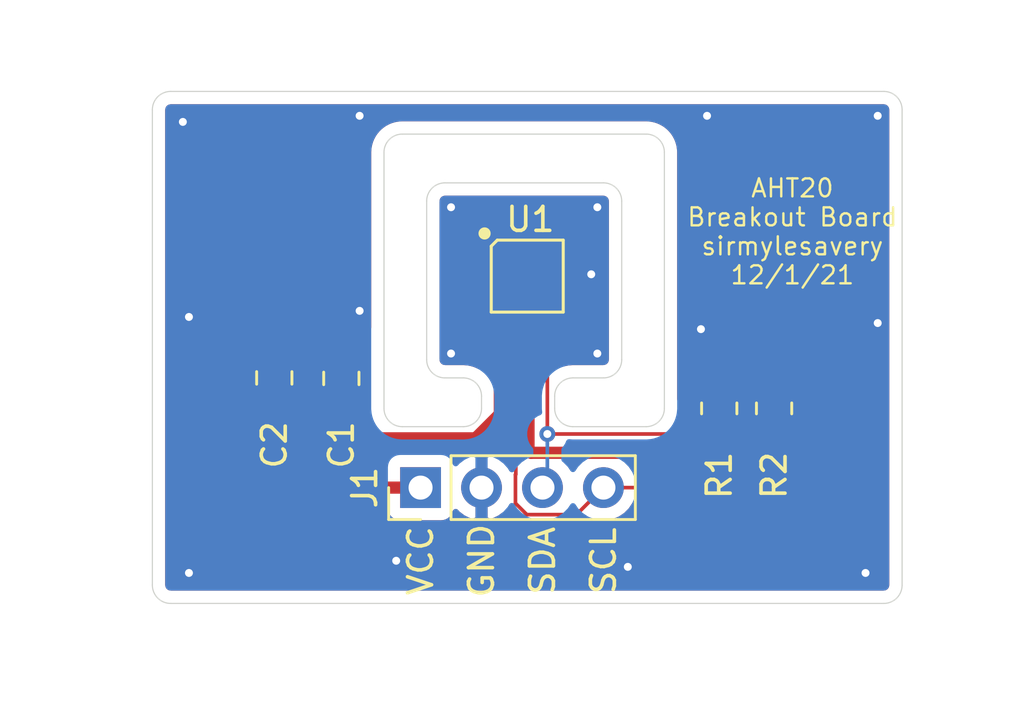
<source format=kicad_pcb>
(kicad_pcb (version 20171130) (host pcbnew "(5.1.8)-1")

  (general
    (thickness 1.6)
    (drawings 37)
    (tracks 54)
    (zones 0)
    (modules 6)
    (nets 7)
  )

  (page A4)
  (layers
    (0 F.Cu signal)
    (31 B.Cu signal)
    (32 B.Adhes user)
    (33 F.Adhes user)
    (34 B.Paste user)
    (35 F.Paste user)
    (36 B.SilkS user)
    (37 F.SilkS user)
    (38 B.Mask user)
    (39 F.Mask user)
    (40 Dwgs.User user)
    (41 Cmts.User user)
    (42 Eco1.User user)
    (43 Eco2.User user)
    (44 Edge.Cuts user)
    (45 Margin user)
    (46 B.CrtYd user)
    (47 F.CrtYd user)
    (48 B.Fab user hide)
    (49 F.Fab user hide)
  )

  (setup
    (last_trace_width 0.508)
    (user_trace_width 0.1524)
    (user_trace_width 0.1778)
    (user_trace_width 0.254)
    (user_trace_width 0.3048)
    (user_trace_width 0.381)
    (user_trace_width 0.508)
    (user_trace_width 0.635)
    (user_trace_width 0.889)
    (user_trace_width 1.016)
    (user_trace_width 1.27)
    (user_trace_width 1.905)
    (user_trace_width 2.54)
    (trace_clearance 0.2)
    (zone_clearance 0.508)
    (zone_45_only no)
    (trace_min 0.1)
    (via_size 0.8)
    (via_drill 0.4)
    (via_min_size 0.4)
    (via_min_drill 0.3)
    (user_via 0.6096 0.3048)
    (user_via 0.6604 0.3302)
    (user_via 0.889 0.381)
    (user_via 1.397 0.635)
    (uvia_size 0.3)
    (uvia_drill 0.1)
    (uvias_allowed no)
    (uvia_min_size 0.2)
    (uvia_min_drill 0.1)
    (edge_width 0.05)
    (segment_width 0.2)
    (pcb_text_width 0.3)
    (pcb_text_size 1.5 1.5)
    (mod_edge_width 0.12)
    (mod_text_size 1 1)
    (mod_text_width 0.15)
    (pad_size 1.524 1.524)
    (pad_drill 0.762)
    (pad_to_mask_clearance 0)
    (aux_axis_origin 0 0)
    (visible_elements FFFFFF7F)
    (pcbplotparams
      (layerselection 0x010fc_ffffffff)
      (usegerberextensions false)
      (usegerberattributes true)
      (usegerberadvancedattributes true)
      (creategerberjobfile true)
      (excludeedgelayer true)
      (linewidth 0.100000)
      (plotframeref false)
      (viasonmask false)
      (mode 1)
      (useauxorigin false)
      (hpglpennumber 1)
      (hpglpenspeed 20)
      (hpglpendiameter 15.000000)
      (psnegative false)
      (psa4output false)
      (plotreference true)
      (plotvalue true)
      (plotinvisibletext false)
      (padsonsilk false)
      (subtractmaskfromsilk false)
      (outputformat 1)
      (mirror false)
      (drillshape 1)
      (scaleselection 1)
      (outputdirectory ""))
  )

  (net 0 "")
  (net 1 "Net-(U1-Pad1)")
  (net 2 "Net-(U1-Pad6)")
  (net 3 GND)
  (net 4 VCC)
  (net 5 /SCL)
  (net 6 /SDA)

  (net_class Default "This is the default net class."
    (clearance 0.2)
    (trace_width 0.25)
    (via_dia 0.8)
    (via_drill 0.4)
    (uvia_dia 0.3)
    (uvia_drill 0.1)
    (add_net /SCL)
    (add_net /SDA)
    (add_net GND)
    (add_net "Net-(U1-Pad1)")
    (add_net "Net-(U1-Pad6)")
    (add_net VCC)
  )

  (module Resistor_SMD:R_0805_2012Metric_Pad1.20x1.40mm_HandSolder (layer F.Cu) (tedit 5F68FEEE) (tstamp 61A896AA)
    (at 155.448 90.932 270)
    (descr "Resistor SMD 0805 (2012 Metric), square (rectangular) end terminal, IPC_7351 nominal with elongated pad for handsoldering. (Body size source: IPC-SM-782 page 72, https://www.pcb-3d.com/wordpress/wp-content/uploads/ipc-sm-782a_amendment_1_and_2.pdf), generated with kicad-footprint-generator")
    (tags "resistor handsolder")
    (path /61A8A778)
    (attr smd)
    (fp_text reference R2 (at 2.794 0 90) (layer F.SilkS)
      (effects (font (size 1 1) (thickness 0.15)))
    )
    (fp_text value 10k (at 0 1.65 90) (layer F.Fab)
      (effects (font (size 1 1) (thickness 0.15)))
    )
    (fp_text user %R (at 0 0 90) (layer F.Fab)
      (effects (font (size 0.5 0.5) (thickness 0.08)))
    )
    (fp_line (start -1 0.625) (end -1 -0.625) (layer F.Fab) (width 0.1))
    (fp_line (start -1 -0.625) (end 1 -0.625) (layer F.Fab) (width 0.1))
    (fp_line (start 1 -0.625) (end 1 0.625) (layer F.Fab) (width 0.1))
    (fp_line (start 1 0.625) (end -1 0.625) (layer F.Fab) (width 0.1))
    (fp_line (start -0.227064 -0.735) (end 0.227064 -0.735) (layer F.SilkS) (width 0.12))
    (fp_line (start -0.227064 0.735) (end 0.227064 0.735) (layer F.SilkS) (width 0.12))
    (fp_line (start -1.85 0.95) (end -1.85 -0.95) (layer F.CrtYd) (width 0.05))
    (fp_line (start -1.85 -0.95) (end 1.85 -0.95) (layer F.CrtYd) (width 0.05))
    (fp_line (start 1.85 -0.95) (end 1.85 0.95) (layer F.CrtYd) (width 0.05))
    (fp_line (start 1.85 0.95) (end -1.85 0.95) (layer F.CrtYd) (width 0.05))
    (pad 2 smd roundrect (at 1 0 270) (size 1.2 1.4) (layers F.Cu F.Paste F.Mask) (roundrect_rratio 0.208333)
      (net 4 VCC))
    (pad 1 smd roundrect (at -1 0 270) (size 1.2 1.4) (layers F.Cu F.Paste F.Mask) (roundrect_rratio 0.208333)
      (net 5 /SCL))
    (model ${KISYS3DMOD}/Resistor_SMD.3dshapes/R_0805_2012Metric.wrl
      (at (xyz 0 0 0))
      (scale (xyz 1 1 1))
      (rotate (xyz 0 0 0))
    )
  )

  (module Resistor_SMD:R_0805_2012Metric_Pad1.20x1.40mm_HandSolder (layer F.Cu) (tedit 5F68FEEE) (tstamp 61A89699)
    (at 153.162 90.932 270)
    (descr "Resistor SMD 0805 (2012 Metric), square (rectangular) end terminal, IPC_7351 nominal with elongated pad for handsoldering. (Body size source: IPC-SM-782 page 72, https://www.pcb-3d.com/wordpress/wp-content/uploads/ipc-sm-782a_amendment_1_and_2.pdf), generated with kicad-footprint-generator")
    (tags "resistor handsolder")
    (path /61A89DC8)
    (attr smd)
    (fp_text reference R1 (at 2.794 0 90) (layer F.SilkS)
      (effects (font (size 1 1) (thickness 0.15)))
    )
    (fp_text value 10k (at 0 1.65 90) (layer F.Fab)
      (effects (font (size 1 1) (thickness 0.15)))
    )
    (fp_text user %R (at 0 0 90) (layer F.Fab)
      (effects (font (size 0.5 0.5) (thickness 0.08)))
    )
    (fp_line (start -1 0.625) (end -1 -0.625) (layer F.Fab) (width 0.1))
    (fp_line (start -1 -0.625) (end 1 -0.625) (layer F.Fab) (width 0.1))
    (fp_line (start 1 -0.625) (end 1 0.625) (layer F.Fab) (width 0.1))
    (fp_line (start 1 0.625) (end -1 0.625) (layer F.Fab) (width 0.1))
    (fp_line (start -0.227064 -0.735) (end 0.227064 -0.735) (layer F.SilkS) (width 0.12))
    (fp_line (start -0.227064 0.735) (end 0.227064 0.735) (layer F.SilkS) (width 0.12))
    (fp_line (start -1.85 0.95) (end -1.85 -0.95) (layer F.CrtYd) (width 0.05))
    (fp_line (start -1.85 -0.95) (end 1.85 -0.95) (layer F.CrtYd) (width 0.05))
    (fp_line (start 1.85 -0.95) (end 1.85 0.95) (layer F.CrtYd) (width 0.05))
    (fp_line (start 1.85 0.95) (end -1.85 0.95) (layer F.CrtYd) (width 0.05))
    (pad 2 smd roundrect (at 1 0 270) (size 1.2 1.4) (layers F.Cu F.Paste F.Mask) (roundrect_rratio 0.208333)
      (net 4 VCC))
    (pad 1 smd roundrect (at -1 0 270) (size 1.2 1.4) (layers F.Cu F.Paste F.Mask) (roundrect_rratio 0.208333)
      (net 6 /SDA))
    (model ${KISYS3DMOD}/Resistor_SMD.3dshapes/R_0805_2012Metric.wrl
      (at (xyz 0 0 0))
      (scale (xyz 1 1 1))
      (rotate (xyz 0 0 0))
    )
  )

  (module Connector_PinHeader_2.54mm:PinHeader_1x04_P2.54mm_Vertical (layer F.Cu) (tedit 59FED5CC) (tstamp 61A89688)
    (at 140.716 94.234 90)
    (descr "Through hole straight pin header, 1x04, 2.54mm pitch, single row")
    (tags "Through hole pin header THT 1x04 2.54mm single row")
    (path /61A8EEFF)
    (fp_text reference J1 (at 0 -2.33 90) (layer F.SilkS)
      (effects (font (size 1 1) (thickness 0.15)))
    )
    (fp_text value Conn_01x04_Female (at 0 9.95 90) (layer F.Fab)
      (effects (font (size 1 1) (thickness 0.15)))
    )
    (fp_text user %R (at 0 3.81) (layer F.Fab)
      (effects (font (size 1 1) (thickness 0.15)))
    )
    (fp_line (start -0.635 -1.27) (end 1.27 -1.27) (layer F.Fab) (width 0.1))
    (fp_line (start 1.27 -1.27) (end 1.27 8.89) (layer F.Fab) (width 0.1))
    (fp_line (start 1.27 8.89) (end -1.27 8.89) (layer F.Fab) (width 0.1))
    (fp_line (start -1.27 8.89) (end -1.27 -0.635) (layer F.Fab) (width 0.1))
    (fp_line (start -1.27 -0.635) (end -0.635 -1.27) (layer F.Fab) (width 0.1))
    (fp_line (start -1.33 8.95) (end 1.33 8.95) (layer F.SilkS) (width 0.12))
    (fp_line (start -1.33 1.27) (end -1.33 8.95) (layer F.SilkS) (width 0.12))
    (fp_line (start 1.33 1.27) (end 1.33 8.95) (layer F.SilkS) (width 0.12))
    (fp_line (start -1.33 1.27) (end 1.33 1.27) (layer F.SilkS) (width 0.12))
    (fp_line (start -1.33 0) (end -1.33 -1.33) (layer F.SilkS) (width 0.12))
    (fp_line (start -1.33 -1.33) (end 0 -1.33) (layer F.SilkS) (width 0.12))
    (fp_line (start -1.8 -1.8) (end -1.8 9.4) (layer F.CrtYd) (width 0.05))
    (fp_line (start -1.8 9.4) (end 1.8 9.4) (layer F.CrtYd) (width 0.05))
    (fp_line (start 1.8 9.4) (end 1.8 -1.8) (layer F.CrtYd) (width 0.05))
    (fp_line (start 1.8 -1.8) (end -1.8 -1.8) (layer F.CrtYd) (width 0.05))
    (pad 4 thru_hole oval (at 0 7.62 90) (size 1.7 1.7) (drill 1) (layers *.Cu *.Mask)
      (net 5 /SCL))
    (pad 3 thru_hole oval (at 0 5.08 90) (size 1.7 1.7) (drill 1) (layers *.Cu *.Mask)
      (net 6 /SDA))
    (pad 2 thru_hole oval (at 0 2.54 90) (size 1.7 1.7) (drill 1) (layers *.Cu *.Mask)
      (net 3 GND))
    (pad 1 thru_hole rect (at 0 0 90) (size 1.7 1.7) (drill 1) (layers *.Cu *.Mask)
      (net 4 VCC))
    (model ${KISYS3DMOD}/Connector_PinHeader_2.54mm.3dshapes/PinHeader_1x04_P2.54mm_Vertical.wrl
      (at (xyz 0 0 0))
      (scale (xyz 1 1 1))
      (rotate (xyz 0 0 0))
    )
  )

  (module Capacitor_SMD:C_0805_2012Metric_Pad1.18x1.45mm_HandSolder (layer F.Cu) (tedit 5F68FEEF) (tstamp 61A89670)
    (at 134.62 89.662 90)
    (descr "Capacitor SMD 0805 (2012 Metric), square (rectangular) end terminal, IPC_7351 nominal with elongated pad for handsoldering. (Body size source: IPC-SM-782 page 76, https://www.pcb-3d.com/wordpress/wp-content/uploads/ipc-sm-782a_amendment_1_and_2.pdf, https://docs.google.com/spreadsheets/d/1BsfQQcO9C6DZCsRaXUlFlo91Tg2WpOkGARC1WS5S8t0/edit?usp=sharing), generated with kicad-footprint-generator")
    (tags "capacitor handsolder")
    (path /61A868BA)
    (attr smd)
    (fp_text reference C2 (at -2.794 0 90) (layer F.SilkS)
      (effects (font (size 1 1) (thickness 0.15)))
    )
    (fp_text value 0.1uF (at 0 1.68 90) (layer F.Fab)
      (effects (font (size 1 1) (thickness 0.15)))
    )
    (fp_text user %R (at 0 0 90) (layer F.Fab)
      (effects (font (size 0.5 0.5) (thickness 0.08)))
    )
    (fp_line (start -1 0.625) (end -1 -0.625) (layer F.Fab) (width 0.1))
    (fp_line (start -1 -0.625) (end 1 -0.625) (layer F.Fab) (width 0.1))
    (fp_line (start 1 -0.625) (end 1 0.625) (layer F.Fab) (width 0.1))
    (fp_line (start 1 0.625) (end -1 0.625) (layer F.Fab) (width 0.1))
    (fp_line (start -0.261252 -0.735) (end 0.261252 -0.735) (layer F.SilkS) (width 0.12))
    (fp_line (start -0.261252 0.735) (end 0.261252 0.735) (layer F.SilkS) (width 0.12))
    (fp_line (start -1.88 0.98) (end -1.88 -0.98) (layer F.CrtYd) (width 0.05))
    (fp_line (start -1.88 -0.98) (end 1.88 -0.98) (layer F.CrtYd) (width 0.05))
    (fp_line (start 1.88 -0.98) (end 1.88 0.98) (layer F.CrtYd) (width 0.05))
    (fp_line (start 1.88 0.98) (end -1.88 0.98) (layer F.CrtYd) (width 0.05))
    (pad 2 smd roundrect (at 1.0375 0 90) (size 1.175 1.45) (layers F.Cu F.Paste F.Mask) (roundrect_rratio 0.212766)
      (net 3 GND))
    (pad 1 smd roundrect (at -1.0375 0 90) (size 1.175 1.45) (layers F.Cu F.Paste F.Mask) (roundrect_rratio 0.212766)
      (net 4 VCC))
    (model ${KISYS3DMOD}/Capacitor_SMD.3dshapes/C_0805_2012Metric.wrl
      (at (xyz 0 0 0))
      (scale (xyz 1 1 1))
      (rotate (xyz 0 0 0))
    )
  )

  (module Capacitor_SMD:C_0805_2012Metric_Pad1.18x1.45mm_HandSolder (layer F.Cu) (tedit 5F68FEEF) (tstamp 61A8965F)
    (at 137.414 89.6835 90)
    (descr "Capacitor SMD 0805 (2012 Metric), square (rectangular) end terminal, IPC_7351 nominal with elongated pad for handsoldering. (Body size source: IPC-SM-782 page 76, https://www.pcb-3d.com/wordpress/wp-content/uploads/ipc-sm-782a_amendment_1_and_2.pdf, https://docs.google.com/spreadsheets/d/1BsfQQcO9C6DZCsRaXUlFlo91Tg2WpOkGARC1WS5S8t0/edit?usp=sharing), generated with kicad-footprint-generator")
    (tags "capacitor handsolder")
    (path /61A879CF)
    (attr smd)
    (fp_text reference C1 (at -2.7725 0 90) (layer F.SilkS)
      (effects (font (size 1 1) (thickness 0.15)))
    )
    (fp_text value 10uF (at 0 1.68 90) (layer F.Fab)
      (effects (font (size 1 1) (thickness 0.15)))
    )
    (fp_text user %R (at 0 0 90) (layer F.Fab)
      (effects (font (size 0.5 0.5) (thickness 0.08)))
    )
    (fp_line (start -1 0.625) (end -1 -0.625) (layer F.Fab) (width 0.1))
    (fp_line (start -1 -0.625) (end 1 -0.625) (layer F.Fab) (width 0.1))
    (fp_line (start 1 -0.625) (end 1 0.625) (layer F.Fab) (width 0.1))
    (fp_line (start 1 0.625) (end -1 0.625) (layer F.Fab) (width 0.1))
    (fp_line (start -0.261252 -0.735) (end 0.261252 -0.735) (layer F.SilkS) (width 0.12))
    (fp_line (start -0.261252 0.735) (end 0.261252 0.735) (layer F.SilkS) (width 0.12))
    (fp_line (start -1.88 0.98) (end -1.88 -0.98) (layer F.CrtYd) (width 0.05))
    (fp_line (start -1.88 -0.98) (end 1.88 -0.98) (layer F.CrtYd) (width 0.05))
    (fp_line (start 1.88 -0.98) (end 1.88 0.98) (layer F.CrtYd) (width 0.05))
    (fp_line (start 1.88 0.98) (end -1.88 0.98) (layer F.CrtYd) (width 0.05))
    (pad 2 smd roundrect (at 1.0375 0 90) (size 1.175 1.45) (layers F.Cu F.Paste F.Mask) (roundrect_rratio 0.212766)
      (net 3 GND))
    (pad 1 smd roundrect (at -1.0375 0 90) (size 1.175 1.45) (layers F.Cu F.Paste F.Mask) (roundrect_rratio 0.212766)
      (net 4 VCC))
    (model ${KISYS3DMOD}/Capacitor_SMD.3dshapes/C_0805_2012Metric.wrl
      (at (xyz 0 0 0))
      (scale (xyz 1 1 1))
      (rotate (xyz 0 0 0))
    )
  )

  (module 12-1-21-AHT20-breakout:AHT20 (layer F.Cu) (tedit 61A83770) (tstamp 61A89520)
    (at 145.542 84.582)
    (path /61A83C50)
    (fp_text reference U1 (at -0.254 -1.524) (layer F.SilkS)
      (effects (font (size 1 1) (thickness 0.15)))
    )
    (fp_text value AHT20 (at -0.508 3.556) (layer F.Fab)
      (effects (font (size 1 1) (thickness 0.15)))
    )
    (fp_poly (pts (xy -1.778 2.3622) (xy 1.016 2.3622) (xy 1.016 -0.6858) (xy -1.778 -0.6858)) (layer Dwgs.User) (width 0))
    (fp_circle (center -2.159 -0.9398) (end -2.032 -0.9398) (layer F.SilkS) (width 0.254))
    (fp_line (start -1.881 2.3382) (end -1.881 -0.40979) (layer F.SilkS) (width 0.127))
    (fp_line (start -1.62899 -0.6618) (end 1.119 -0.6618) (layer F.SilkS) (width 0.127))
    (fp_line (start 1.119 2.3382) (end -1.881 2.3382) (layer F.SilkS) (width 0.127))
    (fp_line (start 1.119 -0.6618) (end 1.119 2.3382) (layer F.SilkS) (width 0.127))
    (fp_line (start -1.881 -0.40979) (end -1.62899 -0.6618) (layer F.SilkS) (width 0.127))
    (pad 3 smd roundrect (at -1.681 1.8382) (size 0.95 0.5) (layers F.Cu F.Paste F.Mask) (roundrect_rratio 0.25)
      (net 5 /SCL) (solder_mask_margin 0.0508))
    (pad 5 smd roundrect (at 0.919 0.8382) (size 0.95 0.5) (layers F.Cu F.Paste F.Mask) (roundrect_rratio 0.25)
      (net 3 GND) (solder_mask_margin 0.0508))
    (pad 2 smd roundrect (at -1.681 0.8382) (size 0.95 0.5) (layers F.Cu F.Paste F.Mask) (roundrect_rratio 0.25)
      (net 4 VCC) (solder_mask_margin 0.0508))
    (pad 1 smd roundrect (at -1.681 -0.1618) (size 0.95 0.5) (layers F.Cu F.Paste F.Mask) (roundrect_rratio 0.25)
      (net 1 "Net-(U1-Pad1)") (solder_mask_margin 0.0508))
    (pad 6 smd roundrect (at 0.919 -0.1618) (size 0.95 0.5) (layers F.Cu F.Paste F.Mask) (roundrect_rratio 0.25)
      (net 2 "Net-(U1-Pad6)") (solder_mask_margin 0.0508))
    (pad 4 smd roundrect (at 0.919 1.8382) (size 0.95 0.5) (layers F.Cu F.Paste F.Mask) (roundrect_rratio 0.25)
      (net 6 /SDA) (solder_mask_margin 0.0508))
  )

  (gr_text "AHT20\nBreakout Board\nsirmylesavery\n12/1/21" (at 156.21 83.566) (layer F.SilkS)
    (effects (font (size 0.75 0.75) (thickness 0.1)))
  )
  (gr_text SCL (at 148.336 97.282 90) (layer F.SilkS)
    (effects (font (size 1 1) (thickness 0.15)))
  )
  (gr_text SDA (at 145.796 97.282 90) (layer F.SilkS)
    (effects (font (size 1 1) (thickness 0.15)))
  )
  (gr_text GND (at 143.256 97.282 90) (layer F.SilkS)
    (effects (font (size 1 1) (thickness 0.15)))
  )
  (gr_text VCC (at 140.716 97.282 90) (layer F.SilkS)
    (effects (font (size 1 1) (thickness 0.15)))
  )
  (gr_line (start 130.302 77.724) (end 160.02 77.724) (layer Edge.Cuts) (width 0.05) (tstamp 61A898ED))
  (gr_arc (start 130.302 78.486) (end 130.302 77.724) (angle -90) (layer Edge.Cuts) (width 0.05) (tstamp 61A899BE))
  (gr_line (start 129.54 98.298) (end 129.54 78.486) (layer Edge.Cuts) (width 0.05) (tstamp 61A899BD))
  (gr_line (start 160.02 99.06) (end 130.302 99.06) (layer Edge.Cuts) (width 0.05) (tstamp 61A899BC))
  (gr_arc (start 130.302 98.298) (end 129.54 98.298) (angle -90) (layer Edge.Cuts) (width 0.05) (tstamp 61A899BB))
  (gr_arc (start 160.02 98.298) (end 160.02 99.06) (angle -90) (layer Edge.Cuts) (width 0.05) (tstamp 61A898F0))
  (gr_line (start 160.782 78.486) (end 160.782 98.298) (layer Edge.Cuts) (width 0.05) (tstamp 61A898E8))
  (gr_arc (start 160.02 78.486) (end 160.782 78.486) (angle -90) (layer Edge.Cuts) (width 0.05) (tstamp 61A898E6))
  (gr_line (start 139.954 79.502) (end 150.114 79.502) (layer Edge.Cuts) (width 0.05) (tstamp 61A89971))
  (gr_line (start 141.732 81.534) (end 148.336 81.534) (layer Edge.Cuts) (width 0.05))
  (gr_arc (start 150.114 80.264) (end 150.114 79.502) (angle 90) (layer Edge.Cuts) (width 0.05) (tstamp 61A898F0))
  (gr_arc (start 148.336 82.296) (end 148.336 81.534) (angle 90) (layer Edge.Cuts) (width 0.05) (tstamp 61A898EF))
  (gr_line (start 146.304 90.424) (end 146.304 90.932) (layer Edge.Cuts) (width 0.05) (tstamp 61A898EE))
  (gr_line (start 147.066 91.694) (end 150.114 91.694) (layer Edge.Cuts) (width 0.05) (tstamp 61A898ED))
  (gr_arc (start 147.066 90.424) (end 146.304 90.424) (angle 90) (layer Edge.Cuts) (width 0.05) (tstamp 61A898EC))
  (gr_line (start 147.066 89.662) (end 148.336 89.662) (layer Edge.Cuts) (width 0.05) (tstamp 61A898EB))
  (gr_arc (start 147.066 90.932) (end 147.066 91.694) (angle 90) (layer Edge.Cuts) (width 0.05) (tstamp 61A898EA))
  (gr_line (start 149.098 88.9) (end 149.098 82.296) (layer Edge.Cuts) (width 0.05) (tstamp 61A898E9))
  (gr_line (start 150.876 90.932) (end 150.876 80.264) (layer Edge.Cuts) (width 0.05) (tstamp 61A898E8))
  (gr_arc (start 148.336 88.9) (end 149.098 88.9) (angle 90) (layer Edge.Cuts) (width 0.05) (tstamp 61A898E7))
  (gr_arc (start 150.114 90.932) (end 150.876 90.932) (angle 90) (layer Edge.Cuts) (width 0.05) (tstamp 61A898E6))
  (gr_arc (start 139.954 80.264) (end 139.954 79.502) (angle -90) (layer Edge.Cuts) (width 0.05) (tstamp 61A898C8))
  (gr_line (start 142.494 91.694) (end 139.954 91.694) (layer Edge.Cuts) (width 0.05) (tstamp 61A8988B))
  (gr_arc (start 139.954 90.932) (end 139.192 90.932) (angle -90) (layer Edge.Cuts) (width 0.05) (tstamp 61A8988A))
  (gr_arc (start 142.494 90.932) (end 142.494 91.694) (angle -90) (layer Edge.Cuts) (width 0.05) (tstamp 61A89889))
  (gr_line (start 143.256 90.424) (end 143.256 90.932) (layer Edge.Cuts) (width 0.05) (tstamp 61A89888))
  (gr_line (start 139.192 90.932) (end 139.192 80.264) (layer Edge.Cuts) (width 0.05) (tstamp 61A89887))
  (gr_arc (start 142.494 90.424) (end 143.256 90.424) (angle -90) (layer Edge.Cuts) (width 0.05) (tstamp 61A89858))
  (gr_arc (start 141.732 88.9) (end 140.97 88.9) (angle -90) (layer Edge.Cuts) (width 0.05) (tstamp 61A897B8))
  (gr_line (start 142.494 89.662) (end 141.732 89.662) (layer Edge.Cuts) (width 0.05) (tstamp 61A897B7))
  (gr_arc (start 141.732 82.296) (end 141.732 81.534) (angle -90) (layer Edge.Cuts) (width 0.05) (tstamp 61A897B8))
  (gr_line (start 140.97 88.9) (end 140.97 82.296) (layer Edge.Cuts) (width 0.05) (tstamp 61A897B7))

  (via (at 147.828 85.344) (size 0.6604) (drill 0.3302) (layers F.Cu B.Cu) (net 3))
  (via (at 141.986 82.55) (size 0.6604) (drill 0.3302) (layers F.Cu B.Cu) (net 3))
  (via (at 148.082 82.55) (size 0.6604) (drill 0.3302) (layers F.Cu B.Cu) (net 3))
  (via (at 141.986 88.646) (size 0.6604) (drill 0.3302) (layers F.Cu B.Cu) (net 3))
  (via (at 148.082 88.646) (size 0.6604) (drill 0.3302) (layers F.Cu B.Cu) (net 3))
  (via (at 130.81 78.994) (size 0.6604) (drill 0.3302) (layers F.Cu B.Cu) (net 3))
  (via (at 159.766 78.74) (size 0.6604) (drill 0.3302) (layers F.Cu B.Cu) (net 3))
  (via (at 138.176 78.74) (size 0.6604) (drill 0.3302) (layers F.Cu B.Cu) (net 3))
  (via (at 152.654 78.74) (size 0.6604) (drill 0.3302) (layers F.Cu B.Cu) (net 3))
  (via (at 152.4 87.63) (size 0.6604) (drill 0.3302) (layers F.Cu B.Cu) (net 3))
  (via (at 159.766 87.376) (size 0.6604) (drill 0.3302) (layers F.Cu B.Cu) (net 3))
  (via (at 138.176 86.868) (size 0.6604) (drill 0.3302) (layers F.Cu B.Cu) (net 3))
  (via (at 131.064 87.122) (size 0.6604) (drill 0.3302) (layers F.Cu B.Cu) (net 3))
  (via (at 131.064 97.79) (size 0.6604) (drill 0.3302) (layers F.Cu B.Cu) (net 3))
  (via (at 159.258 97.79) (size 0.6604) (drill 0.3302) (layers F.Cu B.Cu) (net 3))
  (via (at 139.7 97.282) (size 0.6604) (drill 0.3302) (layers F.Cu B.Cu) (net 3))
  (via (at 149.352 97.536) (size 0.6604) (drill 0.3302) (layers F.Cu B.Cu) (net 3))
  (segment (start 155.448 91.932) (end 153.162 91.932) (width 0.508) (layer F.Cu) (net 4))
  (segment (start 144.154844 85.4202) (end 143.861 85.4202) (width 0.508) (layer F.Cu) (net 4))
  (segment (start 145.214505 86.479861) (end 144.154844 85.4202) (width 0.508) (layer F.Cu) (net 4))
  (segment (start 145.214505 92.681417) (end 145.214505 86.479861) (width 0.508) (layer F.Cu) (net 4))
  (segment (start 145.316583 92.783495) (end 145.214505 92.681417) (width 0.508) (layer F.Cu) (net 4))
  (segment (start 152.310505 92.783495) (end 145.316583 92.783495) (width 0.508) (layer F.Cu) (net 4))
  (segment (start 153.162 91.932) (end 152.310505 92.783495) (width 0.508) (layer F.Cu) (net 4))
  (segment (start 138.1545 94.234) (end 134.62 90.6995) (width 0.508) (layer F.Cu) (net 4))
  (segment (start 140.716 94.234) (end 138.1545 94.234) (width 0.508) (layer F.Cu) (net 4))
  (segment (start 137.3925 90.6995) (end 137.414 90.721) (width 0.508) (layer F.Cu) (net 4))
  (segment (start 134.62 90.6995) (end 137.3925 90.6995) (width 0.508) (layer F.Cu) (net 4))
  (segment (start 142.93199 86.055366) (end 143.567156 85.4202) (width 0.508) (layer F.Cu) (net 4))
  (segment (start 142.93199 86.785034) (end 142.93199 86.055366) (width 0.508) (layer F.Cu) (net 4))
  (segment (start 144.018 91.172637) (end 144.018 87.871044) (width 0.508) (layer F.Cu) (net 4))
  (segment (start 144.018 87.871044) (end 142.93199 86.785034) (width 0.508) (layer F.Cu) (net 4))
  (segment (start 143.010349 92.180288) (end 144.018 91.172637) (width 0.508) (layer F.Cu) (net 4))
  (segment (start 138.873288 92.180288) (end 143.010349 92.180288) (width 0.508) (layer F.Cu) (net 4))
  (segment (start 143.567156 85.4202) (end 143.861 85.4202) (width 0.508) (layer F.Cu) (net 4))
  (segment (start 137.414 90.721) (end 138.873288 92.180288) (width 0.508) (layer F.Cu) (net 4))
  (segment (start 147.209799 95.360201) (end 145.144201 95.360201) (width 0.1524) (layer F.Cu) (net 5))
  (segment (start 148.336 94.234) (end 147.209799 95.360201) (width 0.1524) (layer F.Cu) (net 5))
  (segment (start 156.42421 90.90821) (end 155.448 89.932) (width 0.1524) (layer F.Cu) (net 5))
  (segment (start 156.42421 92.499966) (end 156.42421 90.90821) (width 0.1524) (layer F.Cu) (net 5))
  (segment (start 154.690176 94.234) (end 156.42421 92.499966) (width 0.1524) (layer F.Cu) (net 5))
  (segment (start 148.336 94.234) (end 154.690176 94.234) (width 0.1524) (layer F.Cu) (net 5))
  (segment (start 143.861 86.4202) (end 144.684295 87.243495) (width 0.1524) (layer F.Cu) (net 5))
  (segment (start 144.669799 93.693423) (end 144.669799 94.885799) (width 0.1524) (layer F.Cu) (net 5))
  (segment (start 144.684295 93.678927) (end 144.669799 93.693423) (width 0.1524) (layer F.Cu) (net 5))
  (segment (start 144.669799 94.885799) (end 145.144201 95.360201) (width 0.1524) (layer F.Cu) (net 5))
  (segment (start 144.684295 87.243495) (end 144.684295 93.678927) (width 0.1524) (layer F.Cu) (net 5))
  (segment (start 145.998706 91.999294) (end 145.998706 94.031294) (width 0.1524) (layer B.Cu) (net 6))
  (segment (start 145.998706 94.031294) (end 145.796 94.234) (width 0.1524) (layer B.Cu) (net 6))
  (segment (start 145.998706 86.882494) (end 146.461 86.4202) (width 0.1524) (layer F.Cu) (net 6))
  (segment (start 145.998706 91.999294) (end 145.998706 86.882494) (width 0.1524) (layer F.Cu) (net 6))
  (via (at 145.998706 91.999294) (size 0.6604) (drill 0.3302) (layers F.Cu B.Cu) (net 6))
  (segment (start 151.094706 91.999294) (end 153.162 89.932) (width 0.1524) (layer F.Cu) (net 6))
  (segment (start 145.998706 91.999294) (end 151.094706 91.999294) (width 0.1524) (layer F.Cu) (net 6))

  (zone (net 3) (net_name GND) (layer F.Cu) (tstamp 0) (hatch edge 0.508)
    (connect_pads (clearance 0.508))
    (min_thickness 0.254)
    (fill yes (arc_segments 32) (thermal_gap 0.508) (thermal_bridge_width 0.508))
    (polygon
      (pts
        (xy 165.862 103.378) (xy 123.19 101.092) (xy 125.73 73.914) (xy 165.608 73.914)
      )
    )
    (filled_polygon
      (pts
        (xy 160.039197 78.389047) (xy 160.057662 78.394622) (xy 160.074694 78.403678) (xy 160.089643 78.41587) (xy 160.101938 78.430732)
        (xy 160.111111 78.447696) (xy 160.116817 78.466129) (xy 160.122 78.515446) (xy 160.122001 98.265712) (xy 160.116953 98.317195)
        (xy 160.111377 98.335663) (xy 160.102322 98.352693) (xy 160.090129 98.367643) (xy 160.075266 98.379939) (xy 160.058303 98.389111)
        (xy 160.039871 98.394817) (xy 159.990554 98.4) (xy 130.334277 98.4) (xy 130.282805 98.394953) (xy 130.264337 98.389377)
        (xy 130.247307 98.380322) (xy 130.232357 98.368129) (xy 130.220061 98.353266) (xy 130.210889 98.336303) (xy 130.205183 98.317871)
        (xy 130.2 98.268554) (xy 130.2 89.212) (xy 133.256928 89.212) (xy 133.269188 89.336482) (xy 133.305498 89.45618)
        (xy 133.364463 89.566494) (xy 133.443815 89.663185) (xy 133.523594 89.728658) (xy 133.517038 89.734038) (xy 133.406595 89.868614)
        (xy 133.324528 90.02215) (xy 133.273992 90.188746) (xy 133.256928 90.362) (xy 133.256928 91.037) (xy 133.273992 91.210254)
        (xy 133.324528 91.37685) (xy 133.406595 91.530386) (xy 133.517038 91.664962) (xy 133.651614 91.775405) (xy 133.80515 91.857472)
        (xy 133.971746 91.908008) (xy 134.145 91.925072) (xy 134.588337 91.925072) (xy 137.495006 94.831742) (xy 137.522841 94.865659)
        (xy 137.658209 94.976753) (xy 137.812649 95.059303) (xy 137.894066 95.084) (xy 137.980225 95.110136) (xy 137.996825 95.111771)
        (xy 138.110833 95.123) (xy 138.11084 95.123) (xy 138.1545 95.1273) (xy 138.19816 95.123) (xy 139.231769 95.123)
        (xy 139.240188 95.208482) (xy 139.276498 95.32818) (xy 139.335463 95.438494) (xy 139.414815 95.535185) (xy 139.511506 95.614537)
        (xy 139.62182 95.673502) (xy 139.741518 95.709812) (xy 139.866 95.722072) (xy 141.566 95.722072) (xy 141.690482 95.709812)
        (xy 141.81018 95.673502) (xy 141.920494 95.614537) (xy 142.017185 95.535185) (xy 142.096537 95.438494) (xy 142.155502 95.32818)
        (xy 142.179966 95.247534) (xy 142.255731 95.331588) (xy 142.48908 95.505641) (xy 142.751901 95.630825) (xy 142.89911 95.675476)
        (xy 143.129 95.554155) (xy 143.129 94.361) (xy 143.109 94.361) (xy 143.109 94.107) (xy 143.129 94.107)
        (xy 143.129 94.087) (xy 143.383 94.087) (xy 143.383 94.107) (xy 143.403 94.107) (xy 143.403 94.361)
        (xy 143.383 94.361) (xy 143.383 95.554155) (xy 143.61289 95.675476) (xy 143.760099 95.630825) (xy 144.02292 95.505641)
        (xy 144.170175 95.395805) (xy 144.191609 95.413396) (xy 144.616603 95.838391) (xy 144.638874 95.865528) (xy 144.66601 95.887798)
        (xy 144.666011 95.887799) (xy 144.747168 95.954403) (xy 144.870719 96.020443) (xy 145.004778 96.061109) (xy 145.004781 96.06111)
        (xy 145.109265 96.071401) (xy 145.109272 96.071401) (xy 145.144201 96.074841) (xy 145.179129 96.071401) (xy 147.174873 96.071401)
        (xy 147.209799 96.074841) (xy 147.244725 96.071401) (xy 147.244735 96.071401) (xy 147.349219 96.06111) (xy 147.48328 96.020443)
        (xy 147.606832 95.954403) (xy 147.715126 95.865528) (xy 147.7374 95.838387) (xy 147.912028 95.663759) (xy 148.18974 95.719)
        (xy 148.48226 95.719) (xy 148.769158 95.661932) (xy 149.039411 95.54999) (xy 149.282632 95.387475) (xy 149.489475 95.180632)
        (xy 149.646786 94.9452) (xy 154.65525 94.9452) (xy 154.690176 94.94864) (xy 154.725102 94.9452) (xy 154.725112 94.9452)
        (xy 154.829596 94.934909) (xy 154.963657 94.894242) (xy 155.087209 94.828202) (xy 155.195503 94.739327) (xy 155.217778 94.712185)
        (xy 156.902411 93.027554) (xy 156.929536 93.005293) (xy 156.951798 92.978167) (xy 156.951807 92.978158) (xy 157.018412 92.896999)
        (xy 157.018413 92.896998) (xy 157.084452 92.773447) (xy 157.125119 92.639386) (xy 157.13541 92.534902) (xy 157.13541 92.534893)
        (xy 157.13885 92.499967) (xy 157.13541 92.465041) (xy 157.13541 90.943127) (xy 157.138849 90.908209) (xy 157.13541 90.873291)
        (xy 157.13541 90.873274) (xy 157.125119 90.76879) (xy 157.084452 90.634729) (xy 157.018412 90.511177) (xy 156.99912 90.48767)
        (xy 156.951807 90.430018) (xy 156.951803 90.430014) (xy 156.929537 90.402883) (xy 156.902406 90.380617) (xy 156.786072 90.264283)
        (xy 156.786072 89.581999) (xy 156.769008 89.408745) (xy 156.718472 89.242149) (xy 156.636405 89.088613) (xy 156.525962 88.954038)
        (xy 156.391387 88.843595) (xy 156.237851 88.761528) (xy 156.071255 88.710992) (xy 155.898001 88.693928) (xy 154.997999 88.693928)
        (xy 154.824745 88.710992) (xy 154.658149 88.761528) (xy 154.504613 88.843595) (xy 154.370038 88.954038) (xy 154.305 89.033287)
        (xy 154.239962 88.954038) (xy 154.105387 88.843595) (xy 153.951851 88.761528) (xy 153.785255 88.710992) (xy 153.612001 88.693928)
        (xy 152.711999 88.693928) (xy 152.538745 88.710992) (xy 152.372149 88.761528) (xy 152.218613 88.843595) (xy 152.084038 88.954038)
        (xy 151.973595 89.088613) (xy 151.891528 89.242149) (xy 151.840992 89.408745) (xy 151.823928 89.581999) (xy 151.823928 90.264284)
        (xy 151.536 90.552212) (xy 151.536 80.231581) (xy 151.533233 80.203484) (xy 151.533265 80.198863) (xy 151.532365 80.189692)
        (xy 151.51682 80.04179) (xy 151.504803 79.98325) (xy 151.493585 79.924437) (xy 151.490921 79.915615) (xy 151.446945 79.773549)
        (xy 151.423776 79.718432) (xy 151.401355 79.662937) (xy 151.397028 79.654801) (xy 151.326295 79.523983) (xy 151.292839 79.474382)
        (xy 151.260089 79.424335) (xy 151.254265 79.417194) (xy 151.159469 79.302606) (xy 151.117014 79.260447) (xy 151.07517 79.217717)
        (xy 151.06807 79.211843) (xy 150.952823 79.11785) (xy 150.902999 79.084747) (xy 150.853643 79.050952) (xy 150.845537 79.046569)
        (xy 150.714228 78.976751) (xy 150.658922 78.953956) (xy 150.603941 78.93039) (xy 150.595138 78.927665) (xy 150.452769 78.884681)
        (xy 150.394084 78.873061) (xy 150.335576 78.860625) (xy 150.326413 78.859662) (xy 150.326411 78.859662) (xy 150.178404 78.84515)
        (xy 150.178402 78.84515) (xy 150.146419 78.842) (xy 139.921581 78.842) (xy 139.893484 78.844767) (xy 139.888863 78.844735)
        (xy 139.879692 78.845635) (xy 139.73179 78.86118) (xy 139.67325 78.873197) (xy 139.614437 78.884415) (xy 139.605615 78.887079)
        (xy 139.463549 78.931055) (xy 139.408432 78.954224) (xy 139.352937 78.976645) (xy 139.344801 78.980972) (xy 139.213983 79.051705)
        (xy 139.164382 79.085161) (xy 139.114335 79.117911) (xy 139.107194 79.123735) (xy 138.992606 79.218531) (xy 138.950447 79.260986)
        (xy 138.907717 79.30283) (xy 138.901843 79.30993) (xy 138.80785 79.425177) (xy 138.774747 79.475001) (xy 138.740952 79.524357)
        (xy 138.736569 79.532463) (xy 138.666751 79.663772) (xy 138.643956 79.719078) (xy 138.62039 79.774059) (xy 138.617665 79.782862)
        (xy 138.574681 79.925231) (xy 138.563061 79.983916) (xy 138.550625 80.042424) (xy 138.549662 80.051589) (xy 138.53515 80.199596)
        (xy 138.53515 80.199608) (xy 138.532001 80.231581) (xy 138.532 87.559564) (xy 138.493494 87.527963) (xy 138.38318 87.468998)
        (xy 138.263482 87.432688) (xy 138.139 87.420428) (xy 137.69975 87.4235) (xy 137.541 87.58225) (xy 137.541 88.519)
        (xy 137.561 88.519) (xy 137.561 88.773) (xy 137.541 88.773) (xy 137.541 88.793) (xy 137.287 88.793)
        (xy 137.287 88.773) (xy 136.21275 88.773) (xy 136.054 88.93175) (xy 136.050928 89.2335) (xy 136.063188 89.357982)
        (xy 136.099498 89.47768) (xy 136.158463 89.587994) (xy 136.237815 89.684685) (xy 136.317594 89.750158) (xy 136.311038 89.755538)
        (xy 136.265932 89.8105) (xy 135.785712 89.8105) (xy 135.722962 89.734038) (xy 135.716406 89.728658) (xy 135.796185 89.663185)
        (xy 135.875537 89.566494) (xy 135.934502 89.45618) (xy 135.970812 89.336482) (xy 135.983072 89.212) (xy 135.98 88.91025)
        (xy 135.82125 88.7515) (xy 134.747 88.7515) (xy 134.747 88.7715) (xy 134.493 88.7715) (xy 134.493 88.7515)
        (xy 133.41875 88.7515) (xy 133.26 88.91025) (xy 133.256928 89.212) (xy 130.2 89.212) (xy 130.2 88.037)
        (xy 133.256928 88.037) (xy 133.26 88.33875) (xy 133.41875 88.4975) (xy 134.493 88.4975) (xy 134.493 87.56075)
        (xy 134.747 87.56075) (xy 134.747 88.4975) (xy 135.82125 88.4975) (xy 135.98 88.33875) (xy 135.982853 88.0585)
        (xy 136.050928 88.0585) (xy 136.054 88.36025) (xy 136.21275 88.519) (xy 137.287 88.519) (xy 137.287 87.58225)
        (xy 137.12825 87.4235) (xy 136.689 87.420428) (xy 136.564518 87.432688) (xy 136.44482 87.468998) (xy 136.334506 87.527963)
        (xy 136.237815 87.607315) (xy 136.158463 87.704006) (xy 136.099498 87.81432) (xy 136.063188 87.934018) (xy 136.050928 88.0585)
        (xy 135.982853 88.0585) (xy 135.983072 88.037) (xy 135.970812 87.912518) (xy 135.934502 87.79282) (xy 135.875537 87.682506)
        (xy 135.796185 87.585815) (xy 135.699494 87.506463) (xy 135.58918 87.447498) (xy 135.469482 87.411188) (xy 135.345 87.398928)
        (xy 134.90575 87.402) (xy 134.747 87.56075) (xy 134.493 87.56075) (xy 134.33425 87.402) (xy 133.895 87.398928)
        (xy 133.770518 87.411188) (xy 133.65082 87.447498) (xy 133.540506 87.506463) (xy 133.443815 87.585815) (xy 133.364463 87.682506)
        (xy 133.305498 87.79282) (xy 133.269188 87.912518) (xy 133.256928 88.037) (xy 130.2 88.037) (xy 130.2 78.518277)
        (xy 130.205047 78.466803) (xy 130.210622 78.448338) (xy 130.219678 78.431306) (xy 130.23187 78.416357) (xy 130.246732 78.404062)
        (xy 130.263696 78.394889) (xy 130.282129 78.389183) (xy 130.331446 78.384) (xy 159.987723 78.384)
      )
    )
    (filled_polygon
      (pts
        (xy 148.355197 82.199047) (xy 148.373662 82.204622) (xy 148.390694 82.213678) (xy 148.405643 82.22587) (xy 148.417938 82.240732)
        (xy 148.427111 82.257696) (xy 148.432817 82.276129) (xy 148.438001 82.325455) (xy 148.438 88.867723) (xy 148.432953 88.919195)
        (xy 148.427377 88.937663) (xy 148.418322 88.954693) (xy 148.406129 88.969643) (xy 148.391266 88.981939) (xy 148.374303 88.991111)
        (xy 148.355871 88.996817) (xy 148.306554 89.002) (xy 147.033581 89.002) (xy 147.005484 89.004767) (xy 147.000863 89.004735)
        (xy 146.991692 89.005635) (xy 146.84379 89.02118) (xy 146.78525 89.033197) (xy 146.726437 89.044415) (xy 146.717615 89.047079)
        (xy 146.709906 89.049465) (xy 146.709906 87.308272) (xy 146.811 87.308272) (xy 146.959868 87.29361) (xy 147.103015 87.250187)
        (xy 147.23494 87.179671) (xy 147.350573 87.084773) (xy 147.445471 86.96914) (xy 147.515987 86.837215) (xy 147.55941 86.694068)
        (xy 147.574072 86.5452) (xy 147.574072 86.2952) (xy 147.55941 86.146332) (xy 147.515987 86.003185) (xy 147.497105 85.96786)
        (xy 147.520493 85.926137) (xy 147.559193 85.80719) (xy 147.571 85.70195) (xy 147.41225 85.5432) (xy 146.923418 85.5432)
        (xy 146.811 85.532128) (xy 146.314 85.532128) (xy 146.314 85.308272) (xy 146.811 85.308272) (xy 146.923418 85.2972)
        (xy 147.41225 85.2972) (xy 147.571 85.13845) (xy 147.559193 85.03321) (xy 147.520493 84.914263) (xy 147.497105 84.87254)
        (xy 147.515987 84.837215) (xy 147.55941 84.694068) (xy 147.574072 84.5452) (xy 147.574072 84.2952) (xy 147.55941 84.146332)
        (xy 147.515987 84.003185) (xy 147.445471 83.87126) (xy 147.350573 83.755627) (xy 147.23494 83.660729) (xy 147.103015 83.590213)
        (xy 146.959868 83.54679) (xy 146.811 83.532128) (xy 146.111 83.532128) (xy 145.962132 83.54679) (xy 145.818985 83.590213)
        (xy 145.68706 83.660729) (xy 145.571427 83.755627) (xy 145.476529 83.87126) (xy 145.406013 84.003185) (xy 145.36259 84.146332)
        (xy 145.347928 84.2952) (xy 145.347928 84.5452) (xy 145.36259 84.694068) (xy 145.406013 84.837215) (xy 145.424895 84.87254)
        (xy 145.401507 84.914263) (xy 145.362807 85.03321) (xy 145.351 85.13845) (xy 145.505748 85.293198) (xy 145.351 85.293198)
        (xy 145.351 85.35912) (xy 144.88572 84.893841) (xy 144.915987 84.837215) (xy 144.95941 84.694068) (xy 144.974072 84.5452)
        (xy 144.974072 84.2952) (xy 144.95941 84.146332) (xy 144.915987 84.003185) (xy 144.845471 83.87126) (xy 144.750573 83.755627)
        (xy 144.63494 83.660729) (xy 144.503015 83.590213) (xy 144.359868 83.54679) (xy 144.211 83.532128) (xy 143.511 83.532128)
        (xy 143.362132 83.54679) (xy 143.218985 83.590213) (xy 143.08706 83.660729) (xy 142.971427 83.755627) (xy 142.876529 83.87126)
        (xy 142.806013 84.003185) (xy 142.76259 84.146332) (xy 142.747928 84.2952) (xy 142.747928 84.5452) (xy 142.76259 84.694068)
        (xy 142.806013 84.837215) (xy 142.83628 84.893841) (xy 142.334249 85.395872) (xy 142.300332 85.423707) (xy 142.272497 85.457624)
        (xy 142.272495 85.457626) (xy 142.189238 85.559075) (xy 142.106688 85.713514) (xy 142.055854 85.881092) (xy 142.04299 86.011699)
        (xy 142.04299 86.011706) (xy 142.03869 86.055366) (xy 142.04299 86.099026) (xy 142.04299 86.741374) (xy 142.03869 86.785034)
        (xy 142.04299 86.828694) (xy 142.04299 86.8287) (xy 142.049854 86.89839) (xy 142.055854 86.959308) (xy 142.059102 86.970014)
        (xy 142.106687 87.126884) (xy 142.189237 87.281324) (xy 142.300331 87.416693) (xy 142.334254 87.444533) (xy 143.129001 88.239281)
        (xy 143.129001 89.15524) (xy 143.094228 89.136751) (xy 143.038922 89.113956) (xy 142.983941 89.09039) (xy 142.975138 89.087665)
        (xy 142.832769 89.044681) (xy 142.774084 89.033061) (xy 142.715576 89.020625) (xy 142.706413 89.019662) (xy 142.706411 89.019662)
        (xy 142.558404 89.00515) (xy 142.558402 89.00515) (xy 142.526419 89.002) (xy 141.764277 89.002) (xy 141.712805 88.996953)
        (xy 141.694337 88.991377) (xy 141.677307 88.982322) (xy 141.662357 88.970129) (xy 141.650061 88.955266) (xy 141.640889 88.938303)
        (xy 141.635183 88.919871) (xy 141.63 88.870554) (xy 141.63 82.328277) (xy 141.635047 82.276803) (xy 141.640622 82.258338)
        (xy 141.649678 82.241306) (xy 141.66187 82.226357) (xy 141.676732 82.214062) (xy 141.693696 82.204889) (xy 141.712129 82.199183)
        (xy 141.761446 82.194) (xy 148.303723 82.194)
      )
    )
  )
  (zone (net 3) (net_name GND) (layer B.Cu) (tstamp 0) (hatch edge 0.508)
    (connect_pads (clearance 0.508))
    (min_thickness 0.254)
    (fill yes (arc_segments 32) (thermal_gap 0.508) (thermal_bridge_width 0.508))
    (polygon
      (pts
        (xy 162.052 100.33) (xy 127.254 100.076) (xy 128.016 76.2) (xy 163.068 75.692)
      )
    )
    (filled_polygon
      (pts
        (xy 160.039197 78.389047) (xy 160.057662 78.394622) (xy 160.074694 78.403678) (xy 160.089643 78.41587) (xy 160.101938 78.430732)
        (xy 160.111111 78.447696) (xy 160.116817 78.466129) (xy 160.122 78.515446) (xy 160.122001 98.265712) (xy 160.116953 98.317195)
        (xy 160.111377 98.335663) (xy 160.102322 98.352693) (xy 160.090129 98.367643) (xy 160.075266 98.379939) (xy 160.058303 98.389111)
        (xy 160.039871 98.394817) (xy 159.990554 98.4) (xy 130.334277 98.4) (xy 130.282805 98.394953) (xy 130.264337 98.389377)
        (xy 130.247307 98.380322) (xy 130.232357 98.368129) (xy 130.220061 98.353266) (xy 130.210889 98.336303) (xy 130.205183 98.317871)
        (xy 130.2 98.268554) (xy 130.2 93.384) (xy 139.227928 93.384) (xy 139.227928 95.084) (xy 139.240188 95.208482)
        (xy 139.276498 95.32818) (xy 139.335463 95.438494) (xy 139.414815 95.535185) (xy 139.511506 95.614537) (xy 139.62182 95.673502)
        (xy 139.741518 95.709812) (xy 139.866 95.722072) (xy 141.566 95.722072) (xy 141.690482 95.709812) (xy 141.81018 95.673502)
        (xy 141.920494 95.614537) (xy 142.017185 95.535185) (xy 142.096537 95.438494) (xy 142.155502 95.32818) (xy 142.179966 95.247534)
        (xy 142.255731 95.331588) (xy 142.48908 95.505641) (xy 142.751901 95.630825) (xy 142.89911 95.675476) (xy 143.129 95.554155)
        (xy 143.129 94.361) (xy 143.109 94.361) (xy 143.109 94.107) (xy 143.129 94.107) (xy 143.129 92.913845)
        (xy 142.89911 92.792524) (xy 142.751901 92.837175) (xy 142.48908 92.962359) (xy 142.255731 93.136412) (xy 142.179966 93.220466)
        (xy 142.155502 93.13982) (xy 142.096537 93.029506) (xy 142.017185 92.932815) (xy 141.920494 92.853463) (xy 141.81018 92.794498)
        (xy 141.690482 92.758188) (xy 141.566 92.745928) (xy 139.866 92.745928) (xy 139.741518 92.758188) (xy 139.62182 92.794498)
        (xy 139.511506 92.853463) (xy 139.414815 92.932815) (xy 139.335463 93.029506) (xy 139.276498 93.13982) (xy 139.240188 93.259518)
        (xy 139.227928 93.384) (xy 130.2 93.384) (xy 130.2 90.964418) (xy 138.532 90.964418) (xy 138.534767 90.992515)
        (xy 138.534735 90.997137) (xy 138.535635 91.006309) (xy 138.55118 91.15421) (xy 138.563203 91.21278) (xy 138.574416 91.271563)
        (xy 138.577079 91.280385) (xy 138.621055 91.422452) (xy 138.64424 91.477607) (xy 138.666645 91.533062) (xy 138.670972 91.541199)
        (xy 138.741705 91.672017) (xy 138.775151 91.721603) (xy 138.807911 91.771665) (xy 138.813735 91.778806) (xy 138.908532 91.893394)
        (xy 138.950947 91.935514) (xy 138.992829 91.978283) (xy 138.99993 91.984157) (xy 139.115177 92.078149) (xy 139.164967 92.111229)
        (xy 139.214357 92.145048) (xy 139.222464 92.149431) (xy 139.353772 92.219249) (xy 139.409054 92.242034) (xy 139.464059 92.26561)
        (xy 139.472862 92.268335) (xy 139.615231 92.311318) (xy 139.673893 92.322934) (xy 139.732424 92.335375) (xy 139.741585 92.336338)
        (xy 139.741589 92.336338) (xy 139.889596 92.35085) (xy 139.889598 92.35085) (xy 139.921581 92.354) (xy 142.526419 92.354)
        (xy 142.554516 92.351233) (xy 142.559137 92.351265) (xy 142.568309 92.350365) (xy 142.71621 92.33482) (xy 142.77478 92.322797)
        (xy 142.833563 92.311584) (xy 142.842385 92.308921) (xy 142.984452 92.264945) (xy 143.039607 92.24176) (xy 143.095062 92.219355)
        (xy 143.103199 92.215028) (xy 143.234017 92.144295) (xy 143.283603 92.110849) (xy 143.333665 92.078089) (xy 143.340806 92.072265)
        (xy 143.455394 91.977468) (xy 143.497514 91.935053) (xy 143.540283 91.893171) (xy 143.546157 91.88607) (xy 143.640149 91.770823)
        (xy 143.673229 91.721033) (xy 143.707048 91.671643) (xy 143.711431 91.663536) (xy 143.781249 91.532228) (xy 143.804034 91.476946)
        (xy 143.82761 91.421941) (xy 143.830335 91.413138) (xy 143.873318 91.270769) (xy 143.884934 91.212107) (xy 143.897375 91.153576)
        (xy 143.898338 91.144411) (xy 143.91285 90.996404) (xy 143.91285 90.996402) (xy 143.916 90.964419) (xy 143.916 90.391581)
        (xy 143.913233 90.363484) (xy 143.913265 90.358863) (xy 143.912365 90.349692) (xy 143.89682 90.20179) (xy 143.884803 90.14325)
        (xy 143.873585 90.084437) (xy 143.870921 90.075615) (xy 143.826945 89.933549) (xy 143.803776 89.878432) (xy 143.781355 89.822937)
        (xy 143.777028 89.814801) (xy 143.706295 89.683983) (xy 143.672839 89.634382) (xy 143.640089 89.584335) (xy 143.634265 89.577194)
        (xy 143.539469 89.462606) (xy 143.497014 89.420447) (xy 143.45517 89.377717) (xy 143.44807 89.371843) (xy 143.332823 89.27785)
        (xy 143.282999 89.244747) (xy 143.233643 89.210952) (xy 143.225537 89.206569) (xy 143.094228 89.136751) (xy 143.038922 89.113956)
        (xy 142.983941 89.09039) (xy 142.975138 89.087665) (xy 142.832769 89.044681) (xy 142.774084 89.033061) (xy 142.715576 89.020625)
        (xy 142.706413 89.019662) (xy 142.706411 89.019662) (xy 142.558404 89.00515) (xy 142.558402 89.00515) (xy 142.526419 89.002)
        (xy 141.764277 89.002) (xy 141.712805 88.996953) (xy 141.694337 88.991377) (xy 141.677307 88.982322) (xy 141.662357 88.970129)
        (xy 141.650061 88.955266) (xy 141.640889 88.938303) (xy 141.635183 88.919871) (xy 141.63 88.870554) (xy 141.63 82.328277)
        (xy 141.635047 82.276803) (xy 141.640622 82.258338) (xy 141.649678 82.241306) (xy 141.66187 82.226357) (xy 141.676732 82.214062)
        (xy 141.693696 82.204889) (xy 141.712129 82.199183) (xy 141.761446 82.194) (xy 148.303723 82.194) (xy 148.355197 82.199047)
        (xy 148.373662 82.204622) (xy 148.390694 82.213678) (xy 148.405643 82.22587) (xy 148.417938 82.240732) (xy 148.427111 82.257696)
        (xy 148.432817 82.276129) (xy 148.438001 82.325455) (xy 148.438 88.867723) (xy 148.432953 88.919195) (xy 148.427377 88.937663)
        (xy 148.418322 88.954693) (xy 148.406129 88.969643) (xy 148.391266 88.981939) (xy 148.374303 88.991111) (xy 148.355871 88.996817)
        (xy 148.306554 89.002) (xy 147.033581 89.002) (xy 147.005484 89.004767) (xy 147.000863 89.004735) (xy 146.991692 89.005635)
        (xy 146.84379 89.02118) (xy 146.78525 89.033197) (xy 146.726437 89.044415) (xy 146.717615 89.047079) (xy 146.575549 89.091055)
        (xy 146.520432 89.114224) (xy 146.464937 89.136645) (xy 146.456801 89.140972) (xy 146.325983 89.211705) (xy 146.276382 89.245161)
        (xy 146.226335 89.277911) (xy 146.219194 89.283735) (xy 146.104606 89.378531) (xy 146.062447 89.420986) (xy 146.019717 89.46283)
        (xy 146.013843 89.46993) (xy 145.91985 89.585177) (xy 145.886747 89.635001) (xy 145.852952 89.684357) (xy 145.848569 89.692463)
        (xy 145.778751 89.823772) (xy 145.755956 89.879078) (xy 145.73239 89.934059) (xy 145.729665 89.942862) (xy 145.686681 90.085231)
        (xy 145.675061 90.143916) (xy 145.662625 90.202424) (xy 145.661662 90.211589) (xy 145.647222 90.358863) (xy 145.644 90.391582)
        (xy 145.644 90.964419) (xy 145.646767 90.992516) (xy 145.646735 90.997137) (xy 145.647635 91.006309) (xy 145.65707 91.096079)
        (xy 145.541512 91.143945) (xy 145.383427 91.249574) (xy 145.248986 91.384015) (xy 145.143357 91.5421) (xy 145.070598 91.717756)
        (xy 145.033506 91.90423) (xy 145.033506 92.094358) (xy 145.070598 92.280832) (xy 145.143357 92.456488) (xy 145.248986 92.614573)
        (xy 145.287506 92.653093) (xy 145.287506 92.837273) (xy 145.092589 92.91801) (xy 144.849368 93.080525) (xy 144.642525 93.287368)
        (xy 144.520805 93.469534) (xy 144.451178 93.352645) (xy 144.256269 93.136412) (xy 144.02292 92.962359) (xy 143.760099 92.837175)
        (xy 143.61289 92.792524) (xy 143.383 92.913845) (xy 143.383 94.107) (xy 143.403 94.107) (xy 143.403 94.361)
        (xy 143.383 94.361) (xy 143.383 95.554155) (xy 143.61289 95.675476) (xy 143.760099 95.630825) (xy 144.02292 95.505641)
        (xy 144.256269 95.331588) (xy 144.451178 95.115355) (xy 144.520805 94.998466) (xy 144.642525 95.180632) (xy 144.849368 95.387475)
        (xy 145.092589 95.54999) (xy 145.362842 95.661932) (xy 145.64974 95.719) (xy 145.94226 95.719) (xy 146.229158 95.661932)
        (xy 146.499411 95.54999) (xy 146.742632 95.387475) (xy 146.949475 95.180632) (xy 147.066 95.00624) (xy 147.182525 95.180632)
        (xy 147.389368 95.387475) (xy 147.632589 95.54999) (xy 147.902842 95.661932) (xy 148.18974 95.719) (xy 148.48226 95.719)
        (xy 148.769158 95.661932) (xy 149.039411 95.54999) (xy 149.282632 95.387475) (xy 149.489475 95.180632) (xy 149.65199 94.937411)
        (xy 149.763932 94.667158) (xy 149.821 94.38026) (xy 149.821 94.08774) (xy 149.763932 93.800842) (xy 149.65199 93.530589)
        (xy 149.489475 93.287368) (xy 149.282632 93.080525) (xy 149.039411 92.91801) (xy 148.769158 92.806068) (xy 148.48226 92.749)
        (xy 148.18974 92.749) (xy 147.902842 92.806068) (xy 147.632589 92.91801) (xy 147.389368 93.080525) (xy 147.182525 93.287368)
        (xy 147.066 93.46176) (xy 146.949475 93.287368) (xy 146.742632 93.080525) (xy 146.709906 93.058658) (xy 146.709906 92.653093)
        (xy 146.748426 92.614573) (xy 146.854055 92.456488) (xy 146.901862 92.341071) (xy 147.001596 92.35085) (xy 147.001598 92.35085)
        (xy 147.033581 92.354) (xy 150.146419 92.354) (xy 150.174516 92.351233) (xy 150.179137 92.351265) (xy 150.188309 92.350365)
        (xy 150.33621 92.33482) (xy 150.39478 92.322797) (xy 150.453563 92.311584) (xy 150.462385 92.308921) (xy 150.604452 92.264945)
        (xy 150.659607 92.24176) (xy 150.715062 92.219355) (xy 150.723199 92.215028) (xy 150.854017 92.144295) (xy 150.903603 92.110849)
        (xy 150.953665 92.078089) (xy 150.960806 92.072265) (xy 151.075394 91.977468) (xy 151.117514 91.935053) (xy 151.160283 91.893171)
        (xy 151.166157 91.88607) (xy 151.260149 91.770823) (xy 151.293229 91.721033) (xy 151.327048 91.671643) (xy 151.331431 91.663536)
        (xy 151.401249 91.532228) (xy 151.424034 91.476946) (xy 151.44761 91.421941) (xy 151.450335 91.413138) (xy 151.493318 91.270769)
        (xy 151.504934 91.212107) (xy 151.517375 91.153576) (xy 151.518338 91.144411) (xy 151.53285 90.996404) (xy 151.53285 90.996402)
        (xy 151.536 90.964419) (xy 151.536 80.231581) (xy 151.533233 80.203484) (xy 151.533265 80.198863) (xy 151.532365 80.189692)
        (xy 151.51682 80.04179) (xy 151.504803 79.98325) (xy 151.493585 79.924437) (xy 151.490921 79.915615) (xy 151.446945 79.773549)
        (xy 151.423776 79.718432) (xy 151.401355 79.662937) (xy 151.397028 79.654801) (xy 151.326295 79.523983) (xy 151.292839 79.474382)
        (xy 151.260089 79.424335) (xy 151.254265 79.417194) (xy 151.159469 79.302606) (xy 151.117014 79.260447) (xy 151.07517 79.217717)
        (xy 151.06807 79.211843) (xy 150.952823 79.11785) (xy 150.902999 79.084747) (xy 150.853643 79.050952) (xy 150.845537 79.046569)
        (xy 150.714228 78.976751) (xy 150.658922 78.953956) (xy 150.603941 78.93039) (xy 150.595138 78.927665) (xy 150.452769 78.884681)
        (xy 150.394084 78.873061) (xy 150.335576 78.860625) (xy 150.326413 78.859662) (xy 150.326411 78.859662) (xy 150.178404 78.84515)
        (xy 150.178402 78.84515) (xy 150.146419 78.842) (xy 139.921581 78.842) (xy 139.893484 78.844767) (xy 139.888863 78.844735)
        (xy 139.879692 78.845635) (xy 139.73179 78.86118) (xy 139.67325 78.873197) (xy 139.614437 78.884415) (xy 139.605615 78.887079)
        (xy 139.463549 78.931055) (xy 139.408432 78.954224) (xy 139.352937 78.976645) (xy 139.344801 78.980972) (xy 139.213983 79.051705)
        (xy 139.164382 79.085161) (xy 139.114335 79.117911) (xy 139.107194 79.123735) (xy 138.992606 79.218531) (xy 138.950447 79.260986)
        (xy 138.907717 79.30283) (xy 138.901843 79.30993) (xy 138.80785 79.425177) (xy 138.774747 79.475001) (xy 138.740952 79.524357)
        (xy 138.736569 79.532463) (xy 138.666751 79.663772) (xy 138.643956 79.719078) (xy 138.62039 79.774059) (xy 138.617665 79.782862)
        (xy 138.574681 79.925231) (xy 138.563061 79.983916) (xy 138.550625 80.042424) (xy 138.549662 80.051589) (xy 138.53515 80.199596)
        (xy 138.53515 80.199608) (xy 138.532001 80.231581) (xy 138.532 90.964418) (xy 130.2 90.964418) (xy 130.2 78.518277)
        (xy 130.205047 78.466803) (xy 130.210622 78.448338) (xy 130.219678 78.431306) (xy 130.23187 78.416357) (xy 130.246732 78.404062)
        (xy 130.263696 78.394889) (xy 130.282129 78.389183) (xy 130.331446 78.384) (xy 159.987723 78.384)
      )
    )
  )
)

</source>
